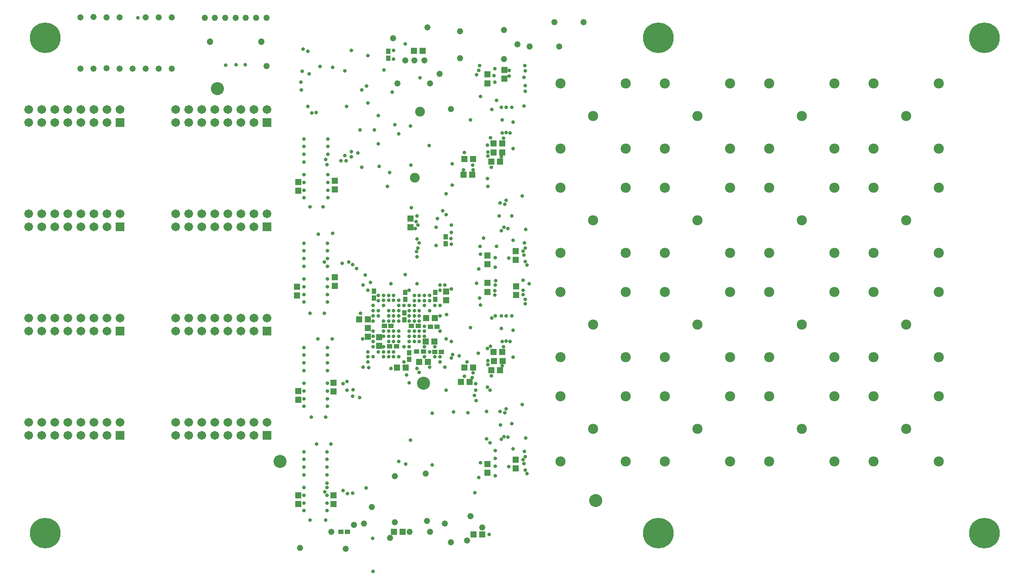
<source format=gbs>
%FSLAX24Y24*%
%MOIN*%
G70*
G01*
G75*
G04 Layer_Color=16711935*
G04 Layer_Color=16711935*
%ADD10C,0.0177*%
%ADD11R,0.0394X0.0433*%
%ADD12R,0.0472X0.0787*%
%ADD13C,0.0400*%
%ADD14R,0.0394X0.1083*%
%ADD15R,0.0500X0.1449*%
%ADD16R,0.1024X0.0945*%
%ADD17R,0.1000X0.1400*%
%ADD18R,0.0300X0.0600*%
%ADD19R,0.0472X0.0472*%
%ADD20R,0.0098X0.0256*%
%ADD21R,0.0492X0.0165*%
%ADD22R,0.0650X0.0118*%
%ADD23R,0.0945X0.1024*%
%ADD24R,0.0787X0.0551*%
%ADD25R,0.0787X0.0472*%
%ADD26R,0.0669X0.0177*%
%ADD27R,0.0669X0.0177*%
%ADD28R,0.0197X0.0748*%
%ADD29R,0.0748X0.0197*%
%ADD30R,0.0945X0.0354*%
%ADD31R,0.0433X0.0394*%
%ADD32R,0.0709X0.0630*%
%ADD33R,0.0630X0.0709*%
%ADD34R,0.0512X0.0630*%
%ADD35R,0.1240X0.1360*%
%ADD36C,0.0060*%
%ADD37C,0.0080*%
%ADD38C,0.0100*%
%ADD39C,0.0120*%
%ADD40C,0.0200*%
%ADD41C,0.0160*%
%ADD42C,0.0110*%
%ADD43C,0.0150*%
%ADD44C,0.1750*%
%ADD45C,0.0433*%
%ADD46C,0.0700*%
%ADD47R,0.0591X0.0591*%
%ADD48C,0.0591*%
%ADD49C,0.0669*%
%ADD50C,0.0200*%
%ADD51R,0.0354X0.0276*%
%ADD52R,0.0276X0.0354*%
%ADD53C,0.0079*%
%ADD54C,0.0098*%
%ADD55C,0.0070*%
%ADD56C,0.0040*%
%ADD57C,0.0600*%
%ADD58C,0.0025*%
%ADD59C,0.0217*%
%ADD60R,0.0474X0.0513*%
%ADD61R,0.0552X0.0867*%
%ADD62C,0.1000*%
%ADD63R,0.0474X0.1163*%
%ADD64R,0.0580X0.1529*%
%ADD65R,0.1104X0.1025*%
%ADD66R,0.1080X0.1480*%
%ADD67R,0.0380X0.0680*%
%ADD68R,0.0552X0.0552*%
%ADD69R,0.0178X0.0336*%
%ADD70R,0.0572X0.0245*%
%ADD71R,0.0730X0.0198*%
%ADD72R,0.1025X0.1104*%
%ADD73R,0.0867X0.0631*%
%ADD74R,0.0867X0.0552*%
%ADD75R,0.0749X0.0257*%
%ADD76R,0.0749X0.0257*%
%ADD77R,0.0277X0.0828*%
%ADD78R,0.0828X0.0277*%
%ADD79R,0.1025X0.0434*%
%ADD80R,0.0513X0.0474*%
%ADD81R,0.0789X0.0710*%
%ADD82R,0.0710X0.0789*%
%ADD83R,0.0592X0.0710*%
%ADD84R,0.1320X0.1440*%
%ADD85C,0.2350*%
%ADD86C,0.0513*%
%ADD87C,0.0780*%
%ADD88R,0.0671X0.0671*%
%ADD89C,0.0671*%
%ADD90C,0.0749*%
%ADD91C,0.0280*%
%ADD92C,0.0480*%
%ADD93R,0.0434X0.0356*%
%ADD94R,0.0356X0.0434*%
D60*
X56000Y57965D02*
D03*
Y58635D02*
D03*
X52750Y49565D02*
D03*
Y50235D02*
D03*
X58750Y52365D02*
D03*
Y53035D02*
D03*
X53600Y48865D02*
D03*
Y49535D02*
D03*
X47400Y37417D02*
D03*
Y36748D02*
D03*
X50100Y37417D02*
D03*
Y36748D02*
D03*
X47400Y45417D02*
D03*
Y44748D02*
D03*
X50100Y45365D02*
D03*
Y46035D02*
D03*
X50200Y53483D02*
D03*
Y54152D02*
D03*
X47300Y53417D02*
D03*
Y52748D02*
D03*
X47400Y61435D02*
D03*
Y60765D02*
D03*
X50200Y61535D02*
D03*
Y60865D02*
D03*
X63200Y70035D02*
D03*
Y69365D02*
D03*
X61900Y69700D02*
D03*
Y69031D02*
D03*
X64093Y56134D02*
D03*
Y55465D02*
D03*
X61900Y55148D02*
D03*
Y55817D02*
D03*
X64100Y53435D02*
D03*
Y52765D02*
D03*
X61900Y53031D02*
D03*
Y53700D02*
D03*
Y39148D02*
D03*
Y39817D02*
D03*
X64093Y40134D02*
D03*
Y39465D02*
D03*
D62*
X57000Y46000D02*
D03*
X70200Y37000D02*
D03*
X46000Y40000D02*
D03*
X41200Y68600D02*
D03*
D80*
X60848Y34400D02*
D03*
X61517D02*
D03*
X54748Y34600D02*
D03*
X55417D02*
D03*
X56935Y71500D02*
D03*
X56265D02*
D03*
X54983Y47200D02*
D03*
X55652D02*
D03*
X56683Y47650D02*
D03*
X57352D02*
D03*
X57215Y51000D02*
D03*
X57885D02*
D03*
X57165Y49200D02*
D03*
X57835D02*
D03*
X52065Y50900D02*
D03*
X52735D02*
D03*
X62198Y47000D02*
D03*
X62867Y63000D02*
D03*
X62198D02*
D03*
X60081Y62000D02*
D03*
X60750D02*
D03*
X60131Y63200D02*
D03*
X60800D02*
D03*
X63035Y63700D02*
D03*
X62365D02*
D03*
X59865Y46100D02*
D03*
X60535D02*
D03*
X62867Y47000D02*
D03*
X60131Y47200D02*
D03*
X60800D02*
D03*
X63085Y47730D02*
D03*
X62415D02*
D03*
X63035Y48400D02*
D03*
X62365D02*
D03*
Y64400D02*
D03*
X63035D02*
D03*
D85*
X28000Y72500D02*
D03*
X75000D02*
D03*
Y34500D02*
D03*
X28000D02*
D03*
X100000Y72500D02*
D03*
Y34500D02*
D03*
D86*
X44569Y72200D02*
D03*
X40631D02*
D03*
D87*
X86000Y50500D02*
D03*
X83500Y48000D02*
D03*
X88500D02*
D03*
Y53000D02*
D03*
X78000Y50500D02*
D03*
X75500Y48000D02*
D03*
X80500D02*
D03*
Y53000D02*
D03*
X70000Y50500D02*
D03*
X67500Y48000D02*
D03*
X72500D02*
D03*
Y53000D02*
D03*
X94000Y42500D02*
D03*
X91500Y40000D02*
D03*
X96500D02*
D03*
Y45000D02*
D03*
X86000Y42500D02*
D03*
X83500Y40000D02*
D03*
X88500D02*
D03*
Y45000D02*
D03*
X78000Y42500D02*
D03*
X75500Y40000D02*
D03*
X80500D02*
D03*
Y45000D02*
D03*
X70000Y42500D02*
D03*
X67500Y40000D02*
D03*
X72500D02*
D03*
Y45000D02*
D03*
X70000Y58500D02*
D03*
X67500Y56000D02*
D03*
X72500D02*
D03*
Y61000D02*
D03*
X78000Y58500D02*
D03*
X75500Y56000D02*
D03*
X80500D02*
D03*
Y61000D02*
D03*
X86000Y58500D02*
D03*
X83500Y56000D02*
D03*
X88500D02*
D03*
Y61000D02*
D03*
X94000Y58500D02*
D03*
X91500Y56000D02*
D03*
X96500D02*
D03*
Y61000D02*
D03*
X70000Y66500D02*
D03*
X67500Y64000D02*
D03*
X72500D02*
D03*
Y69000D02*
D03*
X78000Y66500D02*
D03*
X75500Y64000D02*
D03*
X80500D02*
D03*
Y69000D02*
D03*
X86000Y66500D02*
D03*
X83500Y64000D02*
D03*
X88500D02*
D03*
Y69000D02*
D03*
X94000Y66500D02*
D03*
X91500Y64000D02*
D03*
X96500D02*
D03*
Y69000D02*
D03*
X91500D02*
D03*
X83500D02*
D03*
Y53000D02*
D03*
X75500Y69000D02*
D03*
Y53000D02*
D03*
X67500Y69000D02*
D03*
Y53000D02*
D03*
X91500Y61000D02*
D03*
Y45000D02*
D03*
X83500Y61000D02*
D03*
Y45000D02*
D03*
X75500Y61000D02*
D03*
Y45000D02*
D03*
X67500Y61000D02*
D03*
Y45000D02*
D03*
X91500Y53000D02*
D03*
X96500D02*
D03*
Y48000D02*
D03*
X91500D02*
D03*
X94000Y50500D02*
D03*
D88*
X33750Y42000D02*
D03*
X45000D02*
D03*
X33750Y50000D02*
D03*
X45000D02*
D03*
X33750Y58000D02*
D03*
X45000D02*
D03*
X33750Y66000D02*
D03*
X45000D02*
D03*
D89*
X33750Y43000D02*
D03*
X32750Y42000D02*
D03*
Y43000D02*
D03*
X31750Y42000D02*
D03*
Y43000D02*
D03*
X30750Y42000D02*
D03*
Y43000D02*
D03*
X29750Y42000D02*
D03*
Y43000D02*
D03*
X28750Y42000D02*
D03*
Y43000D02*
D03*
X27750Y42000D02*
D03*
Y43000D02*
D03*
X26750Y42000D02*
D03*
Y43000D02*
D03*
X45000D02*
D03*
X44000Y42000D02*
D03*
Y43000D02*
D03*
X43000Y42000D02*
D03*
Y43000D02*
D03*
X42000Y42000D02*
D03*
Y43000D02*
D03*
X41000Y42000D02*
D03*
Y43000D02*
D03*
X40000Y42000D02*
D03*
Y43000D02*
D03*
X39000Y42000D02*
D03*
Y43000D02*
D03*
X38000Y42000D02*
D03*
Y43000D02*
D03*
X33750Y51000D02*
D03*
X32750Y50000D02*
D03*
Y51000D02*
D03*
X31750Y50000D02*
D03*
Y51000D02*
D03*
X30750Y50000D02*
D03*
Y51000D02*
D03*
X29750Y50000D02*
D03*
Y51000D02*
D03*
X28750Y50000D02*
D03*
Y51000D02*
D03*
X27750Y50000D02*
D03*
Y51000D02*
D03*
X26750Y50000D02*
D03*
Y51000D02*
D03*
X45000D02*
D03*
X44000Y50000D02*
D03*
Y51000D02*
D03*
X43000Y50000D02*
D03*
Y51000D02*
D03*
X42000Y50000D02*
D03*
Y51000D02*
D03*
X41000Y50000D02*
D03*
Y51000D02*
D03*
X40000Y50000D02*
D03*
Y51000D02*
D03*
X39000Y50000D02*
D03*
Y51000D02*
D03*
X38000Y50000D02*
D03*
Y51000D02*
D03*
X33750Y59000D02*
D03*
X32750Y58000D02*
D03*
Y59000D02*
D03*
X31750Y58000D02*
D03*
Y59000D02*
D03*
X30750Y58000D02*
D03*
Y59000D02*
D03*
X29750Y58000D02*
D03*
Y59000D02*
D03*
X28750Y58000D02*
D03*
Y59000D02*
D03*
X27750Y58000D02*
D03*
Y59000D02*
D03*
X26750Y58000D02*
D03*
Y59000D02*
D03*
X45000D02*
D03*
X44000Y58000D02*
D03*
Y59000D02*
D03*
X43000Y58000D02*
D03*
Y59000D02*
D03*
X42000Y58000D02*
D03*
Y59000D02*
D03*
X41000Y58000D02*
D03*
Y59000D02*
D03*
X40000Y58000D02*
D03*
Y59000D02*
D03*
X39000Y58000D02*
D03*
Y59000D02*
D03*
X38000Y58000D02*
D03*
Y59000D02*
D03*
X33750Y67000D02*
D03*
X32750Y66000D02*
D03*
Y67000D02*
D03*
X31750Y66000D02*
D03*
Y67000D02*
D03*
X30750Y66000D02*
D03*
Y67000D02*
D03*
X29750Y66000D02*
D03*
Y67000D02*
D03*
X28750Y66000D02*
D03*
Y67000D02*
D03*
X27750Y66000D02*
D03*
Y67000D02*
D03*
X26750Y66000D02*
D03*
Y67000D02*
D03*
X45000D02*
D03*
X44000Y66000D02*
D03*
Y67000D02*
D03*
X43000Y66000D02*
D03*
Y67000D02*
D03*
X42000Y66000D02*
D03*
Y67000D02*
D03*
X41000Y66000D02*
D03*
Y67000D02*
D03*
X40000Y66000D02*
D03*
Y67000D02*
D03*
X39000Y66000D02*
D03*
Y67000D02*
D03*
X38000Y66000D02*
D03*
Y67000D02*
D03*
D90*
X56750Y66833D02*
D03*
X56356Y61782D02*
D03*
D91*
X53950Y49600D02*
D03*
X52800Y47200D02*
D03*
X53150Y48050D02*
D03*
X61850Y41750D02*
D03*
Y43850D02*
D03*
X41850Y70400D02*
D03*
X47700Y69950D02*
D03*
X42650Y70450D02*
D03*
X43350D02*
D03*
X47794Y71644D02*
D03*
X35100Y74050D02*
D03*
X48250Y69750D02*
D03*
X57089Y48034D02*
D03*
X57483Y47246D02*
D03*
X57877Y48821D02*
D03*
X55613Y54333D02*
D03*
X59156Y53251D02*
D03*
X58271Y51184D02*
D03*
X58763Y51282D02*
D03*
X63780Y42913D02*
D03*
X62899Y42820D02*
D03*
X63780Y58858D02*
D03*
X62804Y58850D02*
D03*
X63878Y66043D02*
D03*
X63032Y66200D02*
D03*
X63878Y50098D02*
D03*
X62995Y50200D02*
D03*
X63189Y41929D02*
D03*
X63186Y57969D02*
D03*
X63333Y65252D02*
D03*
X62201Y62595D02*
D03*
X63333Y49252D02*
D03*
X62201Y46595D02*
D03*
X62152Y64859D02*
D03*
Y48859D02*
D03*
X62992Y63386D02*
D03*
X60600Y66210D02*
D03*
X62478Y53128D02*
D03*
X60932Y37606D02*
D03*
X62057Y34400D02*
D03*
X49508Y63169D02*
D03*
X47835Y64764D02*
D03*
X52559Y54331D02*
D03*
X51870Y54823D02*
D03*
X50984Y69980D02*
D03*
X55709Y46654D02*
D03*
X57677Y43701D02*
D03*
X56000Y41638D02*
D03*
X48327Y35531D02*
D03*
X49508D02*
D03*
X49902Y41339D02*
D03*
X48819D02*
D03*
X48425Y43406D02*
D03*
X49508D02*
D03*
X50000Y49409D02*
D03*
X48917Y49409D02*
D03*
X49409Y51378D02*
D03*
X48327D02*
D03*
X50051Y57531D02*
D03*
X48949Y57449D02*
D03*
X48327Y59547D02*
D03*
X49311D02*
D03*
X47861Y40764D02*
D03*
Y40173D02*
D03*
Y39583D02*
D03*
Y38992D02*
D03*
Y38008D02*
D03*
Y37417D02*
D03*
Y36827D02*
D03*
Y36236D02*
D03*
Y48764D02*
D03*
Y48173D02*
D03*
Y47583D02*
D03*
Y46992D02*
D03*
Y46008D02*
D03*
Y45417D02*
D03*
Y44827D02*
D03*
Y44236D02*
D03*
X47835Y56764D02*
D03*
Y56173D02*
D03*
Y55583D02*
D03*
Y54992D02*
D03*
Y54008D02*
D03*
Y53417D02*
D03*
Y52827D02*
D03*
Y52236D02*
D03*
X49665Y64764D02*
D03*
Y64173D02*
D03*
Y63583D02*
D03*
Y62008D02*
D03*
Y61417D02*
D03*
Y60827D02*
D03*
Y60236D02*
D03*
X47835D02*
D03*
Y60827D02*
D03*
Y61417D02*
D03*
Y62008D02*
D03*
Y62992D02*
D03*
Y63583D02*
D03*
Y64173D02*
D03*
X57087Y51968D02*
D03*
X57480Y52362D02*
D03*
X58661Y53543D02*
D03*
X58268Y53150D02*
D03*
X55906Y51968D02*
D03*
Y53150D02*
D03*
X56299Y51968D02*
D03*
X58071Y58661D02*
D03*
X57972Y57972D02*
D03*
X59136Y58152D02*
D03*
X59096Y57128D02*
D03*
X59154Y56693D02*
D03*
Y57579D02*
D03*
X56594Y58149D02*
D03*
X56376Y57896D02*
D03*
X56693Y52362D02*
D03*
X56299D02*
D03*
X56594Y56398D02*
D03*
X56693Y56791D02*
D03*
X58760Y60532D02*
D03*
X56065Y59486D02*
D03*
X56004Y65748D02*
D03*
X57459Y64250D02*
D03*
X56057Y62750D02*
D03*
X56496Y55709D02*
D03*
X56494Y56104D02*
D03*
X56496Y58858D02*
D03*
X56455Y58407D02*
D03*
X56299Y52756D02*
D03*
X56693D02*
D03*
X57087D02*
D03*
X56496Y57087D02*
D03*
X57972Y56594D02*
D03*
X56496Y53642D02*
D03*
X52264Y62598D02*
D03*
X55118Y51968D02*
D03*
X55121Y52365D02*
D03*
X51971Y63684D02*
D03*
X54727Y52758D02*
D03*
Y52365D02*
D03*
X54333Y52758D02*
D03*
Y52365D02*
D03*
X53940Y52758D02*
D03*
Y52365D02*
D03*
X51479Y63783D02*
D03*
Y63389D02*
D03*
X50987Y63487D02*
D03*
X51085Y63094D02*
D03*
X50691D02*
D03*
X49612Y62795D02*
D03*
X52365Y53546D02*
D03*
X52758Y53152D02*
D03*
X49639Y56764D02*
D03*
Y56173D02*
D03*
Y55583D02*
D03*
Y54992D02*
D03*
Y54008D02*
D03*
Y53417D02*
D03*
Y52827D02*
D03*
Y52236D02*
D03*
X49412Y55318D02*
D03*
X50790Y55219D02*
D03*
X51282Y55318D02*
D03*
X51577Y55121D02*
D03*
X53152Y51184D02*
D03*
X53546D02*
D03*
X53152Y51577D02*
D03*
X53546D02*
D03*
X53152Y51971D02*
D03*
X49639Y48764D02*
D03*
Y48173D02*
D03*
Y47583D02*
D03*
Y46992D02*
D03*
Y46008D02*
D03*
Y45417D02*
D03*
Y44827D02*
D03*
Y44236D02*
D03*
X50837Y45965D02*
D03*
X51132Y46161D02*
D03*
Y45472D02*
D03*
X51624Y45522D02*
D03*
X51575Y45030D02*
D03*
X52116Y44931D02*
D03*
X53150Y50000D02*
D03*
Y49606D02*
D03*
Y49213D02*
D03*
X52335Y49409D02*
D03*
X53150Y48819D02*
D03*
X52756Y48425D02*
D03*
Y48032D02*
D03*
X54528Y47146D02*
D03*
X49622Y40764D02*
D03*
Y40173D02*
D03*
Y39583D02*
D03*
Y38992D02*
D03*
Y37417D02*
D03*
Y36827D02*
D03*
Y36236D02*
D03*
X49606Y38337D02*
D03*
X49622Y38008D02*
D03*
X49459Y37697D02*
D03*
X50837Y37795D02*
D03*
X52362Y47244D02*
D03*
X52756Y47638D02*
D03*
X51181Y37549D02*
D03*
X51575Y37598D02*
D03*
X53937Y48425D02*
D03*
Y48032D02*
D03*
X54331Y48425D02*
D03*
Y48032D02*
D03*
X54724Y48032D02*
D03*
X52608Y37992D02*
D03*
X55118Y40010D02*
D03*
X54724Y48425D02*
D03*
X55118Y48032D02*
D03*
X63335Y67170D02*
D03*
X64784Y70396D02*
D03*
X64810Y69977D02*
D03*
Y68845D02*
D03*
Y68402D02*
D03*
X63776Y67172D02*
D03*
X62989D02*
D03*
X63629Y65203D02*
D03*
X63038D02*
D03*
X64957Y55066D02*
D03*
X64810Y55361D02*
D03*
Y56395D02*
D03*
X64760Y56788D02*
D03*
X62989Y57723D02*
D03*
X63481Y57871D02*
D03*
X63333Y60036D02*
D03*
X63235Y59741D02*
D03*
X62890Y59839D02*
D03*
X64564Y60381D02*
D03*
X63891Y64006D02*
D03*
X64711Y55853D02*
D03*
X64647Y56134D02*
D03*
X63579Y69583D02*
D03*
X64711Y69485D02*
D03*
X63579Y70026D02*
D03*
X62402Y69628D02*
D03*
X62471Y69116D02*
D03*
X64711Y67270D02*
D03*
X62608Y67700D02*
D03*
X61070Y69681D02*
D03*
X61365Y68008D02*
D03*
X60824Y62398D02*
D03*
X60774Y62743D02*
D03*
X61900Y61703D02*
D03*
X61955Y63432D02*
D03*
X63530Y55607D02*
D03*
X64859Y57822D02*
D03*
X63875Y56985D02*
D03*
X62497Y54918D02*
D03*
Y55657D02*
D03*
X61244Y54798D02*
D03*
X61365Y55903D02*
D03*
X62251Y67024D02*
D03*
X59200Y61217D02*
D03*
X60081Y62394D02*
D03*
X60131Y63723D02*
D03*
X59200Y62841D02*
D03*
X63136Y64810D02*
D03*
X61932Y63750D02*
D03*
X61070Y53681D02*
D03*
X61365Y52008D02*
D03*
X62251Y51024D02*
D03*
X61365Y39903D02*
D03*
X61244Y38798D02*
D03*
X61932Y47750D02*
D03*
X64859Y41822D02*
D03*
X63038Y49203D02*
D03*
X63776Y51172D02*
D03*
X63335Y51170D02*
D03*
X62989Y51172D02*
D03*
X63891Y48006D02*
D03*
X61955Y47432D02*
D03*
X61900Y45703D02*
D03*
X64564Y44381D02*
D03*
X62989Y41723D02*
D03*
X64957Y39066D02*
D03*
X63481Y41871D02*
D03*
X64810Y39361D02*
D03*
X63875Y40985D02*
D03*
X63333Y44036D02*
D03*
X64810Y40395D02*
D03*
X63235Y43741D02*
D03*
X62890Y43839D02*
D03*
X64760Y40788D02*
D03*
X62471Y52770D02*
D03*
X63530Y39607D02*
D03*
X64711Y39853D02*
D03*
X64647Y40134D02*
D03*
X62497Y38918D02*
D03*
Y39657D02*
D03*
X63136Y48810D02*
D03*
X64800Y52100D02*
D03*
Y52450D02*
D03*
X63629Y49203D02*
D03*
X65100Y53650D02*
D03*
X64650Y53900D02*
D03*
Y53150D02*
D03*
Y52800D02*
D03*
X60800Y46800D02*
D03*
X60138Y46555D02*
D03*
X60400Y43750D02*
D03*
X59300Y43800D02*
D03*
X61296Y70396D02*
D03*
X61600Y57150D02*
D03*
X62490Y70140D02*
D03*
X62600Y56500D02*
D03*
X61950Y61100D02*
D03*
X61250Y70000D02*
D03*
X61350Y56500D02*
D03*
X58268Y51968D02*
D03*
X57874D02*
D03*
X57480Y51575D02*
D03*
X62557Y53896D02*
D03*
X62500Y40846D02*
D03*
Y51181D02*
D03*
Y53543D02*
D03*
X62106Y41437D02*
D03*
Y45472D02*
D03*
X62500Y40256D02*
D03*
X61319Y52559D02*
D03*
X61909Y48678D02*
D03*
X57087Y49606D02*
D03*
X48140Y71467D02*
D03*
X50030Y70246D02*
D03*
X49085Y70305D02*
D03*
X47602Y69130D02*
D03*
X47638Y68504D02*
D03*
X48455Y66762D02*
D03*
X48770Y66782D02*
D03*
X51098Y67240D02*
D03*
X52149Y65436D02*
D03*
X53251Y65450D02*
D03*
X54600Y68333D02*
D03*
X48140Y67235D02*
D03*
X54400Y62176D02*
D03*
X53543Y52756D02*
D03*
X52953Y53740D02*
D03*
X55118Y65157D02*
D03*
X57087Y52362D02*
D03*
X57480Y52756D02*
D03*
X53543Y66535D02*
D03*
X58268Y47638D02*
D03*
X57874Y48032D02*
D03*
X52657Y68799D02*
D03*
X53600Y62640D02*
D03*
X58465Y59252D02*
D03*
X54823Y65846D02*
D03*
X58268Y48032D02*
D03*
X54232Y61122D02*
D03*
X58760Y58957D02*
D03*
X58268Y50000D02*
D03*
X60750Y46435D02*
D03*
X53543Y52362D02*
D03*
X53937Y51968D02*
D03*
X61030Y44679D02*
D03*
X59154Y47933D02*
D03*
X52756Y67520D02*
D03*
X53543Y64370D02*
D03*
X60925Y45079D02*
D03*
X59252Y48228D02*
D03*
X58760Y49409D02*
D03*
X61024Y45472D02*
D03*
X59744Y48130D02*
D03*
X59154Y49213D02*
D03*
X61024Y45965D02*
D03*
X60335Y47638D02*
D03*
X57480Y48425D02*
D03*
X57087Y48819D02*
D03*
X56496Y47146D02*
D03*
X58661Y47244D02*
D03*
X52268Y68500D02*
D03*
X56693Y46850D02*
D03*
X55906Y46063D02*
D03*
X55512Y47638D02*
D03*
X53543Y48425D02*
D03*
X53937Y48819D02*
D03*
X54331Y49213D02*
D03*
X53937Y50000D02*
D03*
X58268Y53543D02*
D03*
X51476Y71555D02*
D03*
X53967Y70049D02*
D03*
X52756Y71161D02*
D03*
X54721Y71552D02*
D03*
X54708Y70883D02*
D03*
X55600Y72037D02*
D03*
X54528Y53642D02*
D03*
X55646Y39800D02*
D03*
X57677Y39764D02*
D03*
X55906Y48819D02*
D03*
X55512D02*
D03*
X56299Y49213D02*
D03*
X53100Y34105D02*
D03*
X53150Y31594D02*
D03*
X61909Y64272D02*
D03*
X61220Y48327D02*
D03*
X63042Y47343D02*
D03*
X60600Y50265D02*
D03*
X58760Y45472D02*
D03*
X55906Y50787D02*
D03*
X56299D02*
D03*
Y51181D02*
D03*
X55906D02*
D03*
Y51575D02*
D03*
X56299D02*
D03*
X56693D02*
D03*
Y51181D02*
D03*
Y50787D02*
D03*
X55906Y50000D02*
D03*
X56299D02*
D03*
X56693D02*
D03*
X57087D02*
D03*
X57089Y50396D02*
D03*
X56693Y49606D02*
D03*
X56299D02*
D03*
X55906D02*
D03*
Y49213D02*
D03*
X56693D02*
D03*
X54724D02*
D03*
X55118D02*
D03*
Y49606D02*
D03*
X54724D02*
D03*
X54331D02*
D03*
Y50000D02*
D03*
X54724D02*
D03*
X55118D02*
D03*
X54724Y50787D02*
D03*
X54331D02*
D03*
X53937D02*
D03*
X54331Y51181D02*
D03*
X54724D02*
D03*
X54331Y51575D02*
D03*
X54724D02*
D03*
X55118Y50787D02*
D03*
Y51181D02*
D03*
Y51575D02*
D03*
X55512Y51968D02*
D03*
X53150Y50787D02*
D03*
X52165Y51378D02*
D03*
X56750Y69432D02*
D03*
D92*
X44962Y70361D02*
D03*
X40238Y74039D02*
D03*
X41025D02*
D03*
X41813D02*
D03*
X42600D02*
D03*
X43387D02*
D03*
X44175D02*
D03*
X44962D02*
D03*
X37700Y74076D02*
D03*
X36700D02*
D03*
X35700D02*
D03*
X33700D02*
D03*
X32700D02*
D03*
X31700Y74100D02*
D03*
X30700Y74076D02*
D03*
Y70150D02*
D03*
X31700D02*
D03*
X32700Y70174D02*
D03*
X33700Y70150D02*
D03*
X34700D02*
D03*
X35700D02*
D03*
X36700D02*
D03*
X37700D02*
D03*
X54694Y72471D02*
D03*
X55600Y70778D02*
D03*
X56299Y70768D02*
D03*
X57087D02*
D03*
X57310Y73300D02*
D03*
X58231Y69754D02*
D03*
X59126Y67061D02*
D03*
X52461Y35236D02*
D03*
X53051Y36516D02*
D03*
X59100Y33813D02*
D03*
X60335Y33957D02*
D03*
X58661Y35236D02*
D03*
X60603Y35800D02*
D03*
X61516Y34941D02*
D03*
X57526Y34600D02*
D03*
X57283Y35433D02*
D03*
X57185Y39075D02*
D03*
X54823Y38878D02*
D03*
Y35335D02*
D03*
X54429Y34154D02*
D03*
X55958Y34600D02*
D03*
X51673Y35138D02*
D03*
X49954Y34600D02*
D03*
X51050Y33300D02*
D03*
X47539Y33366D02*
D03*
X59810Y73000D02*
D03*
Y70933D02*
D03*
X63190Y73131D02*
D03*
X64227Y72000D02*
D03*
X63192Y70870D02*
D03*
X65161Y71854D02*
D03*
X67425D02*
D03*
X67031Y73724D02*
D03*
X69295D02*
D03*
X55000Y69000D02*
D03*
X57500D02*
D03*
D93*
X50662Y34600D02*
D03*
X51173D02*
D03*
X56094Y50400D02*
D03*
X56606D02*
D03*
X58056Y50350D02*
D03*
X57544D02*
D03*
X57006Y48450D02*
D03*
X56494D02*
D03*
X54523Y50400D02*
D03*
X54012D02*
D03*
X54427Y48850D02*
D03*
X54938D02*
D03*
X58373Y48400D02*
D03*
X57862D02*
D03*
D94*
X54300Y70962D02*
D03*
Y71473D02*
D03*
X55600Y52973D02*
D03*
Y52462D02*
D03*
X55900Y47844D02*
D03*
Y48356D02*
D03*
X55550Y50894D02*
D03*
Y51406D02*
D03*
X57900Y52973D02*
D03*
Y52462D02*
D03*
X53200Y53073D02*
D03*
Y52562D02*
D03*
X58700Y56727D02*
D03*
Y57238D02*
D03*
M02*

</source>
